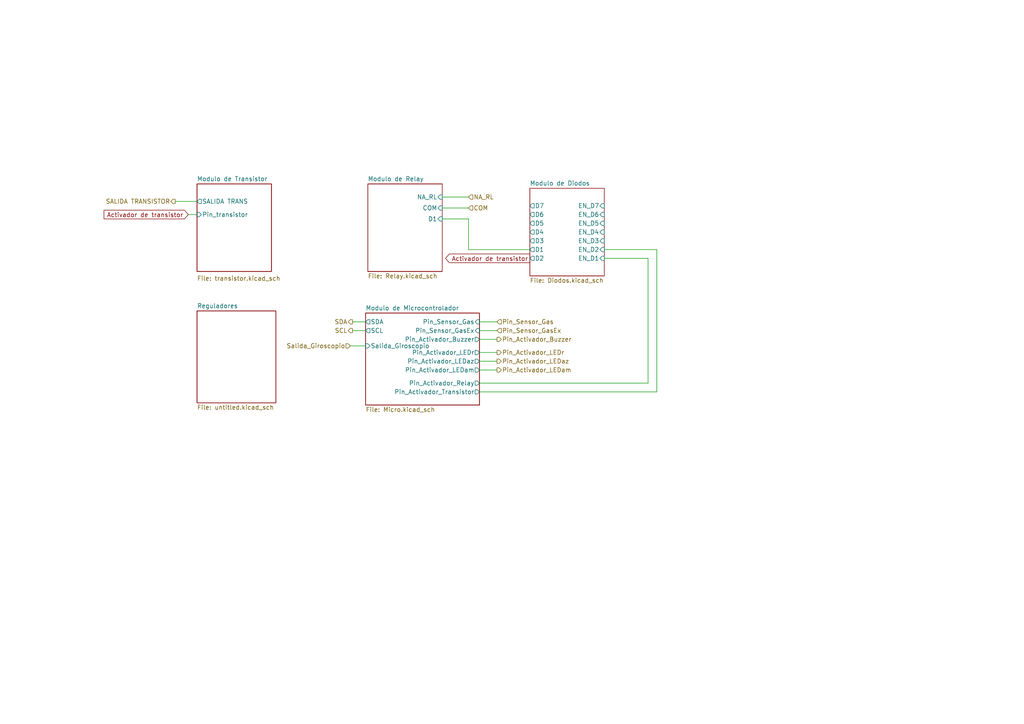
<source format=kicad_sch>
(kicad_sch (version 20230121) (generator eeschema)
  (paper "A4")
  (lib_symbols)
  (wire (pts (xy 128.27 60.325) (xy 135.89 60.325)))
  (wire (pts (xy 139.065 93.345) (xy 144.145 93.345)))
  (wire (pts (xy 50.8 58.42) (xy 57.15 58.42)))
  (wire (pts (xy 135.89 63.5) (xy 135.89 72.39)))
  (wire (pts (xy 190.5 72.39) (xy 175.26 72.39)))
  (wire (pts (xy 139.065 95.885) (xy 144.145 95.885)))
  (wire (pts (xy 187.96 111.125) (xy 187.96 74.93)))
  (wire (pts (xy 139.065 107.315) (xy 144.145 107.315)))
  (wire (pts (xy 102.235 93.345) (xy 106.045 93.345)))
  (wire (pts (xy 139.065 104.775) (xy 144.145 104.775)))
  (wire (pts (xy 139.065 113.665) (xy 190.5 113.665)))
  (wire (pts (xy 54.61 62.23) (xy 57.15 62.23)))
  (wire (pts (xy 135.89 72.39) (xy 153.67 72.39)))
  (wire (pts (xy 139.065 102.235) (xy 144.145 102.235)))
  (wire (pts (xy 139.065 111.125) (xy 187.96 111.125)))
  (wire (pts (xy 101.6 100.33) (xy 106.045 100.33)))
  (wire (pts (xy 190.5 72.39) (xy 190.5 113.665)))
  (wire (pts (xy 128.27 63.5) (xy 135.89 63.5)))
  (wire (pts (xy 102.235 95.885) (xy 106.045 95.885)))
  (wire (pts (xy 139.065 98.425) (xy 144.145 98.425)))
  (wire (pts (xy 187.96 74.93) (xy 175.26 74.93)))
  (wire (pts (xy 128.27 57.15) (xy 135.89 57.15)))
  (global_label "Activador de transistor" (shape output) (at 153.67 74.93 180) (property "Intersheetrefs" "${INTERSHEET_REFS}" (effects hide)))
  (global_label "Activador de transistor" (shape input) (at 54.61 62.23 180) (property "Intersheetrefs" "${INTERSHEET_REFS}" (effects hide)))
  (hierarchical_label "Pin_Sensor_GasEx" (shape input) (at 144.145 95.885 0))
  (hierarchical_label "Pin_Activador_Buzzer" (shape output) (at 144.145 98.425 0))
  (hierarchical_label "Pin_Activador_LEDaz" (shape output) (at 144.145 104.775 0))
  (hierarchical_label "COM" (shape input) (at 135.89 60.325 0))
  (hierarchical_label "SALIDA TRANSISTOR" (shape output) (at 50.8 58.42 180))
  (hierarchical_label "Salida_Giroscopio" (shape input) (at 101.6 100.33 180))
  (hierarchical_label "SCL" (shape output) (at 102.235 95.885 180))
  (hierarchical_label "Pin_Sensor_Gas" (shape input) (at 144.145 93.345 0))
  (hierarchical_label "Pin_Activador_LEDr" (shape output) (at 144.145 102.235 0))
  (hierarchical_label "SDA" (shape output) (at 102.235 93.345 180))
  (hierarchical_label "Pin_Activador_LEDam" (shape output) (at 144.145 107.315 0))
  (hierarchical_label "NA_RL" (shape input) (at 135.89 57.15 0))
  (sheet (at 106.68 53.34) (size 21.59 25.4) (stroke (width 0.1524))
    (property "Sheetname" "Modulo de Relay" (at 106.68 52.6284 0) (effects (justify left bottom)))
    (property "Sheetfile" "Relay.kicad_sch" (at 106.68 79.3246 0) (effects (justify left top)))
    (pin "NA_RL" input (at 128.27 57.15 0))
    (pin "D1" input (at 128.27 63.5 0))
    (pin "COM" input (at 128.27 60.325 0))
  )
  (sheet (at 106.045 90.805) (size 33.02 26.67) (stroke (width 0.1524))
    (property "Sheetname" "Modulo de Microcontrolador" (at 106.045 90.0934 0) (effects (justify left bottom)))
    (property "Sheetfile" "Micro.kicad_sch" (at 106.045 118.0596 0) (effects (justify left top)))
    (pin "Pin_Sensor_Gas" input (at 139.065 93.345 0))
    (pin "Pin_Activador_Buzzer" output (at 139.065 98.425 0))
    (pin "Pin_Activador_LEDr" output (at 139.065 102.235 0))
    (pin "Pin_Activador_Transistor" output (at 139.065 113.665 0))
    (pin "Pin_Activador_Relay" output (at 139.065 111.125 0))
    (pin "Pin_Sensor_GasEx" input (at 139.065 95.885 0))
    (pin "Pin_Activador_LEDaz" output (at 139.065 104.775 0))
    (pin "Pin_Activador_LEDam" output (at 139.065 107.315 0))
    (pin "SDA" output (at 106.045 93.345 180))
    (pin "SCL" output (at 106.045 95.885 180))
    (pin "Salida_Giroscopio" input (at 106.045 100.33 180))
  )
  (sheet (at 57.15 53.34) (size 21.59 25.4) (stroke (width 0.1524))
    (property "Sheetname" "Modulo de Transistor" (at 57.15 52.6284 0) (effects (justify left bottom)))
    (property "Sheetfile" "transistor.kicad_sch" (at 57.15 80.01 0) (effects (justify left top)))
    (pin "SALIDA TRANS" output (at 57.15 58.42 180))
    (pin "Pin_transistor" input (at 57.15 62.23 180))
  )
  (sheet (at 153.67 54.61) (size 21.59 25.4) (stroke (width 0.1524))
    (property "Sheetname" "Modulo de Diodos" (at 153.67 53.8984 0) (effects (justify left bottom)))
    (property "Sheetfile" "Diodos.kicad_sch" (at 153.67 80.5946 0) (effects (justify left top)))
    (pin "D6" output (at 153.67 62.23 180))
    (pin "D7" output (at 153.67 59.69 180))
    (pin "D5" output (at 153.67 64.77 180))
    (pin "D4" output (at 153.67 67.31 180))
    (pin "D3" output (at 153.67 69.85 180))
    (pin "D1" output (at 153.67 72.39 180))
    (pin "D2" output (at 153.67 74.93 180))
    (pin "EN_D6" input (at 175.26 62.23 0))
    (pin "EN_D7" input (at 175.26 59.69 0))
    (pin "EN_D2" input (at 175.26 72.39 0))
    (pin "EN_D1" input (at 175.26 74.93 0))
    (pin "EN_D3" input (at 175.26 69.85 0))
    (pin "EN_D4" input (at 175.26 67.31 0))
    (pin "EN_D5" input (at 175.26 64.77 0))
  )
  (sheet (at 57.15 90.17) (size 22.86 26.67) (stroke (width 0.1524))
    (property "Sheetname" "Reguladores" (at 57.15 89.4584 0) (effects (justify left bottom)))
    (property "Sheetfile" "untitled.kicad_sch" (at 57.15 117.4246 0) (effects (justify left top)))
  )
)
</source>
